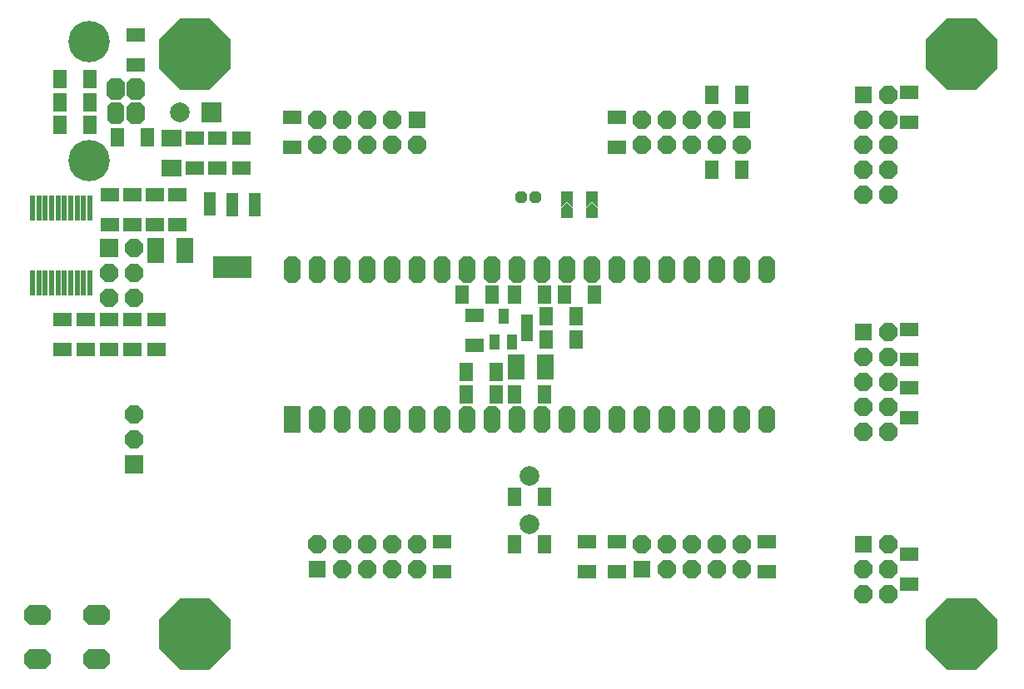
<source format=gbs>
G04*
G04 #@! TF.GenerationSoftware,Altium Limited,Altium Designer,18.1.6 (161)*
G04*
G04 Layer_Color=16711935*
%FSLAX44Y44*%
%MOMM*%
G71*
G01*
G75*
G04:AMPARAMS|DCode=28|XSize=2.7032mm|YSize=2.0032mm|CornerRadius=0mm|HoleSize=0mm|Usage=FLASHONLY|Rotation=180.000|XOffset=0mm|YOffset=0mm|HoleType=Round|Shape=Octagon|*
%AMOCTAGOND28*
4,1,8,-1.3516,0.5008,-1.3516,-0.5008,-0.8508,-1.0016,0.8508,-1.0016,1.3516,-0.5008,1.3516,0.5008,0.8508,1.0016,-0.8508,1.0016,-1.3516,0.5008,0.0*
%
%ADD28OCTAGOND28*%

%ADD29P,2.0070X8X112.5*%
%ADD30R,1.8542X1.8542*%
%ADD31P,1.3023X8X22.5*%
%ADD32C,4.2032*%
G04:AMPARAMS|DCode=33|XSize=1.8032mm|YSize=2.2032mm|CornerRadius=0mm|HoleSize=0mm|Usage=FLASHONLY|Rotation=0.000|XOffset=0mm|YOffset=0mm|HoleType=Round|Shape=Octagon|*
%AMOCTAGOND33*
4,1,8,-0.4508,1.1016,0.4508,1.1016,0.9016,0.6508,0.9016,-0.6508,0.4508,-1.1016,-0.4508,-1.1016,-0.9016,-0.6508,-0.9016,0.6508,-0.4508,1.1016,0.0*
%
%ADD33OCTAGOND33*%

G04:AMPARAMS|DCode=34|XSize=1.7032mm|YSize=2.2032mm|CornerRadius=0mm|HoleSize=0mm|Usage=FLASHONLY|Rotation=0.000|XOffset=0mm|YOffset=0mm|HoleType=Round|Shape=Octagon|*
%AMOCTAGOND34*
4,1,8,-0.4258,1.1016,0.4258,1.1016,0.8516,0.6758,0.8516,-0.6758,0.4258,-1.1016,-0.4258,-1.1016,-0.8516,-0.6758,-0.8516,0.6758,-0.4258,1.1016,0.0*
%
%ADD34OCTAGOND34*%

%ADD35R,1.7032X2.7032*%
G04:AMPARAMS|DCode=36|XSize=2.7032mm|YSize=1.7032mm|CornerRadius=0mm|HoleSize=0mm|Usage=FLASHONLY|Rotation=90.000|XOffset=0mm|YOffset=0mm|HoleType=Round|Shape=Octagon|*
%AMOCTAGOND36*
4,1,8,0.4258,1.3516,-0.4258,1.3516,-0.8516,0.9258,-0.8516,-0.9258,-0.4258,-1.3516,0.4258,-1.3516,0.8516,-0.9258,0.8516,0.9258,0.4258,1.3516,0.0*
%
%ADD36OCTAGOND36*%

%ADD37C,1.7780*%
%ADD38P,7.7968X8X292.5*%
%ADD39R,1.8032X1.8032*%
%ADD40P,1.9518X8X112.5*%
%ADD41R,1.8032X1.8032*%
%ADD42P,1.9518X8X22.5*%
%ADD43C,2.0032*%
%ADD44R,2.0032X2.0032*%
%ADD74R,1.2192X1.0160*%
%ADD75R,1.8032X2.6032*%
%ADD76R,1.1032X1.6032*%
%ADD77R,1.8542X1.4732*%
%ADD78R,4.0032X2.2032*%
%ADD79R,1.2032X2.4032*%
%ADD80R,0.6032X2.5032*%
%ADD81R,1.4732X1.8542*%
%ADD82R,2.0032X1.7272*%
G36*
X310896Y215455D02*
X304800Y221551D01*
X298704Y215455D01*
Y225107D01*
X310896D01*
Y215455D01*
D02*
G37*
G36*
X285496D02*
X279400Y221551D01*
X273304Y215455D01*
Y225107D01*
X285496D01*
Y215455D01*
D02*
G37*
G36*
X310896Y214947D02*
Y212407D01*
X298704D01*
Y214947D01*
X304800Y221043D01*
X310896Y214947D01*
D02*
G37*
G36*
X285496D02*
Y212407D01*
X273304D01*
Y214947D01*
X279400Y221043D01*
X285496Y214947D01*
D02*
G37*
G36*
X244856Y89726D02*
X238760Y95822D01*
X232664Y89726D01*
Y99377D01*
X244856D01*
Y89726D01*
D02*
G37*
G36*
Y89218D02*
Y86678D01*
X232664D01*
Y89218D01*
X238760Y95314D01*
X244856Y89218D01*
D02*
G37*
D28*
X-199080Y-243840D02*
D03*
X-259080D02*
D03*
Y-198840D02*
D03*
X-199080D02*
D03*
D29*
X-161290Y5080D02*
D03*
Y-20320D02*
D03*
Y173990D02*
D03*
Y148590D02*
D03*
Y123190D02*
D03*
X-186690D02*
D03*
Y148590D02*
D03*
D30*
X-161290Y-45720D02*
D03*
X-186690Y173990D02*
D03*
D31*
X247030Y226060D02*
D03*
X233030D02*
D03*
D32*
X-206700Y263500D02*
D03*
Y383900D02*
D03*
D33*
X-159600Y311200D02*
D03*
Y336200D02*
D03*
X-179600D02*
D03*
D34*
Y311200D02*
D03*
D35*
X0Y0D02*
D03*
D36*
X25400D02*
D03*
X50800D02*
D03*
X76200D02*
D03*
X101600D02*
D03*
X127000D02*
D03*
X152400D02*
D03*
X177800D02*
D03*
X203200D02*
D03*
X228600D02*
D03*
X254000D02*
D03*
X279400D02*
D03*
X304800D02*
D03*
X330200D02*
D03*
X355600D02*
D03*
X381000D02*
D03*
X406400D02*
D03*
X431800D02*
D03*
X457200D02*
D03*
X482600D02*
D03*
X0Y152400D02*
D03*
X25400D02*
D03*
X50800D02*
D03*
X76200D02*
D03*
X101600D02*
D03*
X127000D02*
D03*
X152400D02*
D03*
X177800D02*
D03*
X203200D02*
D03*
X228600D02*
D03*
X254000D02*
D03*
X279400D02*
D03*
X304800D02*
D03*
X330200D02*
D03*
X355600D02*
D03*
X381000D02*
D03*
X406400D02*
D03*
X431800D02*
D03*
X457200D02*
D03*
X482600D02*
D03*
D37*
X705800Y385170D02*
D03*
Y358500D02*
D03*
X655000D02*
D03*
Y383900D02*
D03*
X694370Y345800D02*
D03*
X667700D02*
D03*
X694370Y396600D02*
D03*
X667700D02*
D03*
X705800Y-204830D02*
D03*
Y-231500D02*
D03*
X655000D02*
D03*
Y-206100D02*
D03*
X694370Y-244200D02*
D03*
X667700D02*
D03*
X694370Y-193400D02*
D03*
X667700D02*
D03*
X-74200Y385170D02*
D03*
Y358500D02*
D03*
X-125000D02*
D03*
Y383900D02*
D03*
X-85630Y345800D02*
D03*
X-112300D02*
D03*
X-85630Y396600D02*
D03*
X-112300D02*
D03*
X-74200Y-204830D02*
D03*
Y-231500D02*
D03*
X-125000D02*
D03*
Y-206100D02*
D03*
X-85630Y-244200D02*
D03*
X-112300D02*
D03*
X-85630Y-193400D02*
D03*
X-112300D02*
D03*
D38*
X680400Y371200D02*
D03*
X680400Y-218800D02*
D03*
X-99600Y371200D02*
D03*
Y-218800D02*
D03*
D39*
X580390Y88900D02*
D03*
Y330200D02*
D03*
Y-127000D02*
D03*
D40*
X605790Y88900D02*
D03*
X580390Y63500D02*
D03*
X605790D02*
D03*
X580390Y38100D02*
D03*
X605790D02*
D03*
X580390Y12700D02*
D03*
X605790D02*
D03*
X580390Y-12700D02*
D03*
X605790D02*
D03*
Y228600D02*
D03*
X580390D02*
D03*
X605790Y254000D02*
D03*
X580390D02*
D03*
X605790Y279400D02*
D03*
X580390D02*
D03*
X605790Y304800D02*
D03*
X580390D02*
D03*
X605790Y330200D02*
D03*
Y-177800D02*
D03*
X580390D02*
D03*
Y-152400D02*
D03*
X605790D02*
D03*
Y-127000D02*
D03*
D41*
X127000Y304800D02*
D03*
X25400Y-152400D02*
D03*
X457200Y304800D02*
D03*
X355600Y-152400D02*
D03*
D42*
X127000Y279400D02*
D03*
X101600Y304800D02*
D03*
Y279400D02*
D03*
X76200Y304800D02*
D03*
Y279400D02*
D03*
X50800Y304800D02*
D03*
Y279400D02*
D03*
X25400Y304800D02*
D03*
Y279400D02*
D03*
X127000Y-127000D02*
D03*
Y-152400D02*
D03*
X101600Y-127000D02*
D03*
Y-152400D02*
D03*
X76200Y-127000D02*
D03*
Y-152400D02*
D03*
X50800Y-127000D02*
D03*
Y-152400D02*
D03*
X25400Y-127000D02*
D03*
X457200Y279400D02*
D03*
X431800Y304800D02*
D03*
Y279400D02*
D03*
X406400Y304800D02*
D03*
Y279400D02*
D03*
X381000Y304800D02*
D03*
Y279400D02*
D03*
X355600Y304800D02*
D03*
Y279400D02*
D03*
X457200Y-127000D02*
D03*
Y-152400D02*
D03*
X431800Y-127000D02*
D03*
Y-152400D02*
D03*
X406400Y-127000D02*
D03*
Y-152400D02*
D03*
X381000Y-127000D02*
D03*
Y-152400D02*
D03*
X355600Y-127000D02*
D03*
D43*
X241300Y-106950D02*
D03*
Y-58150D02*
D03*
X-114300Y312420D02*
D03*
D44*
X-82550D02*
D03*
D74*
X238760Y101283D02*
D03*
Y84137D02*
D03*
X304800Y227013D02*
D03*
Y209867D02*
D03*
X279400Y227013D02*
D03*
Y209867D02*
D03*
D75*
X227815Y53340D02*
D03*
X257325D02*
D03*
X-109705Y171450D02*
D03*
X-139215D02*
D03*
D76*
X223630Y78758D02*
D03*
X205630D02*
D03*
X214630Y104757D02*
D03*
D77*
X-233610Y101600D02*
D03*
Y71120D02*
D03*
X-116840Y228600D02*
D03*
Y198120D02*
D03*
X-139700D02*
D03*
Y228600D02*
D03*
X-162560Y198120D02*
D03*
Y228600D02*
D03*
X-185420D02*
D03*
Y198120D02*
D03*
X-159600Y391160D02*
D03*
Y360680D02*
D03*
X-76200Y285750D02*
D03*
Y255270D02*
D03*
X-52070D02*
D03*
Y285750D02*
D03*
X-138430Y71120D02*
D03*
Y101600D02*
D03*
X-162560Y71120D02*
D03*
Y101600D02*
D03*
X627380Y1270D02*
D03*
Y31750D02*
D03*
X185420Y105410D02*
D03*
Y74930D02*
D03*
X299720Y-155100D02*
D03*
Y-124620D02*
D03*
X330200Y-124460D02*
D03*
Y-154940D02*
D03*
X-210170Y71120D02*
D03*
Y101600D02*
D03*
X-186690D02*
D03*
Y71120D02*
D03*
X627380Y332740D02*
D03*
Y302260D02*
D03*
X-99060Y255270D02*
D03*
Y285750D02*
D03*
X627380Y-167640D02*
D03*
Y-137160D02*
D03*
X482600Y-124460D02*
D03*
Y-154940D02*
D03*
X627380Y60960D02*
D03*
Y91440D02*
D03*
X330200Y276860D02*
D03*
Y307340D02*
D03*
X0Y276860D02*
D03*
Y307340D02*
D03*
X152400Y-124460D02*
D03*
Y-154940D02*
D03*
D78*
X-60960Y154440D02*
D03*
D79*
X-37960Y218440D02*
D03*
X-60960D02*
D03*
X-83960Y218710D02*
D03*
D80*
X-205960Y214630D02*
D03*
X-212460D02*
D03*
X-218960D02*
D03*
X-225460D02*
D03*
X-231960D02*
D03*
X-238460D02*
D03*
X-244960D02*
D03*
X-251460D02*
D03*
X-257960D02*
D03*
X-264460D02*
D03*
X-244960Y138430D02*
D03*
X-251460D02*
D03*
X-257960D02*
D03*
X-264460D02*
D03*
X-238460D02*
D03*
X-231960D02*
D03*
X-225460D02*
D03*
X-218960D02*
D03*
X-212460D02*
D03*
X-205960D02*
D03*
D81*
X-205740Y345800D02*
D03*
X-236220D02*
D03*
X-205740Y322580D02*
D03*
X-236220D02*
D03*
Y299720D02*
D03*
X-205740D02*
D03*
X276904Y127000D02*
D03*
X307384D02*
D03*
X256496D02*
D03*
X226016D02*
D03*
X203295D02*
D03*
X172815D02*
D03*
X288290Y81280D02*
D03*
X257810D02*
D03*
Y104458D02*
D03*
X288290D02*
D03*
X426720Y254000D02*
D03*
X457200D02*
D03*
X426720Y330200D02*
D03*
X457200D02*
D03*
X-177800Y287020D02*
D03*
X-147320D02*
D03*
X256540Y25400D02*
D03*
X226060D02*
D03*
Y-127000D02*
D03*
X256540D02*
D03*
X176530Y48260D02*
D03*
X207010D02*
D03*
X226060Y-78740D02*
D03*
X256540D02*
D03*
X176530Y25400D02*
D03*
X207010D02*
D03*
D82*
X-123190Y285750D02*
D03*
Y255270D02*
D03*
M02*

</source>
